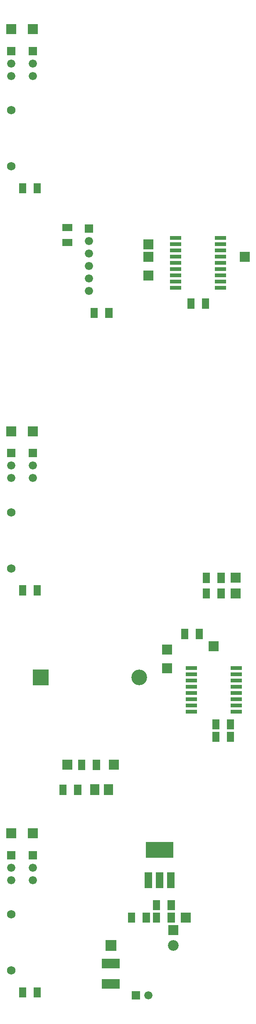
<source format=gbr>
G04 start of page 4 for group -4063 idx -4063
G04 Title: (unknown), componentmask *
G04 Creator: pcb-bin 20060822 *
G04 CreationDate: Mon Jun 16 01:23:04 2008 UTC *
G04 For: pete *
G04 Format: Gerber/RS-274X *
G04 PCB-Dimensions: 645000 1075000 *
G04 PCB-Coordinate-Origin: lower left *
%MOIN*%
%FSLAX24Y24*%
%LNFRONTMASK*%
%ADD11R,0.0810X0.0810*%
%ADD12C,0.0660*%
%ADD13R,0.0660X0.0660*%
%ADD14C,0.1260*%
%ADD15R,0.1260X0.1260*%
%ADD16C,0.0680*%
%ADD17C,0.0860*%
%ADD18R,0.0860X0.0860*%
%ADD19R,0.0572X0.0572*%
%ADD20R,0.0300X0.0300*%
%ADD21R,0.0620X0.0620*%
%ADD22R,0.1280X0.1280*%
%ADD23R,0.0769X0.0769*%
%ADD24R,0.0750X0.0750*%
G54D11*%LNFRONTMASK_D1*%
%LPD*%
X49000Y66250D03*
Y67750D03*
Y68750D03*
G54D12*X44250Y65000D03*
Y66000D03*
G54D11*X56750Y67750D03*
G54D12*X44250Y67000D03*
Y68000D03*
Y69000D03*
G54D13*Y70000D03*
G54D11*X56000Y42000D03*
X54250Y36500D03*
X46250Y27000D03*
X42500D03*
X56000Y40750D03*
X50500Y36250D03*
G54D14*X48261Y34000D03*
G54D11*X50500Y34750D03*
G54D15*X40387Y34000D03*
G54D16*X38000Y42750D03*
Y47250D03*
G54D12*Y50000D03*
X39750Y51000D03*
Y50000D03*
X38000Y51000D03*
G54D13*X39750Y52000D03*
G54D11*Y53750D03*
G54D13*X38000Y52000D03*
G54D11*Y53750D03*
G54D16*Y75000D03*
Y79500D03*
G54D12*X39750Y82250D03*
X38000D03*
X39750Y83250D03*
X38000D03*
G54D13*X39750Y84250D03*
X38000D03*
G54D11*X39750Y86000D03*
X38000D03*
G54D12*X49000Y8500D03*
G54D13*X48000D03*
G54D12*X39750Y17750D03*
Y18750D03*
G54D16*X38000Y10500D03*
G54D17*X51000Y12500D03*
G54D11*Y13750D03*
G54D18*X46000Y12500D03*
G54D11*X52000Y14750D03*
G54D16*X38000Y15000D03*
G54D13*X39750Y19750D03*
G54D11*Y21500D03*
G54D12*X38000Y18750D03*
G54D13*Y19750D03*
G54D12*Y17750D03*
G54D11*Y21500D03*
G54D19*X40090Y41118D02*Y40881D01*
X38909Y41118D02*Y40881D01*
G54D20*X54500Y66750D02*X55100D01*
X54500Y67250D02*X55100D01*
X54500Y67750D02*X55100D01*
X54500Y68250D02*X55100D01*
X54500Y68750D02*X55100D01*
X54500Y69250D02*X55100D01*
X50900Y68750D02*X51500D01*
X50900Y68250D02*X51500D01*
X50900Y67750D02*X51500D01*
X50900Y67250D02*X51500D01*
X50900Y69250D02*X51500D01*
G54D19*X52409Y64118D02*Y63881D01*
X53590Y64118D02*Y63881D01*
G54D20*X50900Y66750D02*X51500D01*
X54500Y65250D02*X55100D01*
X50900D02*X51500D01*
X54500Y65750D02*X55100D01*
X50900D02*X51500D01*
X54500Y66250D02*X55100D01*
X50900D02*X51500D01*
G54D19*X45840Y63368D02*Y63131D01*
X44659Y63368D02*Y63131D01*
X42381Y70090D02*X42618D01*
X40090Y73368D02*Y73131D01*
X42381Y68909D02*X42618D01*
X38909Y73368D02*Y73131D01*
G54D20*X55750Y31250D02*X56350D01*
X55750Y31750D02*X56350D01*
X55750Y32250D02*X56350D01*
X55750Y32750D02*X56350D01*
X55750Y33250D02*X56350D01*
X55750Y33750D02*X56350D01*
X55750Y34250D02*X56350D01*
X55750Y34750D02*X56350D01*
G54D19*X55590Y29368D02*Y29131D01*
Y30368D02*Y30131D01*
X54409Y29368D02*Y29131D01*
Y30368D02*Y30131D01*
G54D20*X52150Y32250D02*X52750D01*
X52150Y31750D02*X52750D01*
X52150Y32750D02*X52750D01*
X52150Y31250D02*X52750D01*
X52150Y33250D02*X52750D01*
G54D19*X50840Y14868D02*Y14631D01*
Y15868D02*Y15631D01*
G54D21*X50810Y18080D02*Y17420D01*
X49900Y18080D02*Y17420D01*
G54D19*X49659Y14868D02*Y14631D01*
Y15868D02*Y15631D01*
G54D22*X49450Y20190D02*X50350D01*
G54D21*X49000Y18080D02*Y17420D01*
G54D19*X48840Y14868D02*Y14631D01*
X47659Y14868D02*Y14631D01*
G54D23*X45665Y9423D02*X46334D01*
X45665Y11076D02*X46334D01*
G54D20*X52150Y33750D02*X52750D01*
X52150Y34250D02*X52750D01*
G54D19*X54840Y40868D02*Y40631D01*
X53659Y40868D02*Y40631D01*
X54840Y42118D02*Y41881D01*
X53659Y42118D02*Y41881D01*
X53090Y37618D02*Y37381D01*
G54D20*X52150Y34750D02*X52750D01*
G54D19*X51909Y37618D02*Y37381D01*
X44840Y27118D02*Y26881D01*
X43659Y27118D02*Y26881D01*
G54D24*X44700Y25060D02*Y24940D01*
G54D19*X43340Y25118D02*Y24881D01*
G54D24*X45800Y25060D02*Y24940D01*
G54D19*X42159Y25118D02*Y24881D01*
X40090Y8868D02*Y8631D01*
X38909Y8868D02*Y8631D01*
M02*

</source>
